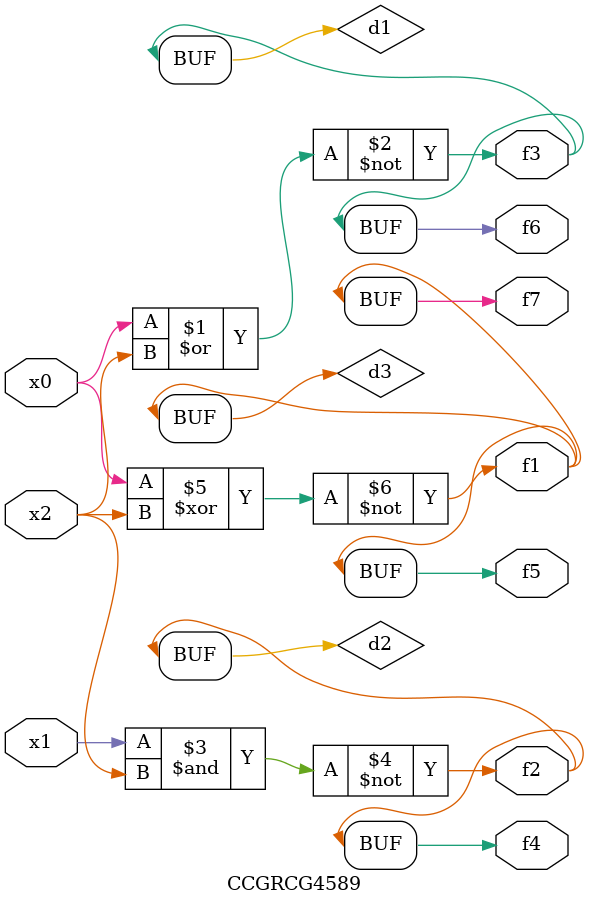
<source format=v>
module CCGRCG4589(
	input x0, x1, x2,
	output f1, f2, f3, f4, f5, f6, f7
);

	wire d1, d2, d3;

	nor (d1, x0, x2);
	nand (d2, x1, x2);
	xnor (d3, x0, x2);
	assign f1 = d3;
	assign f2 = d2;
	assign f3 = d1;
	assign f4 = d2;
	assign f5 = d3;
	assign f6 = d1;
	assign f7 = d3;
endmodule

</source>
